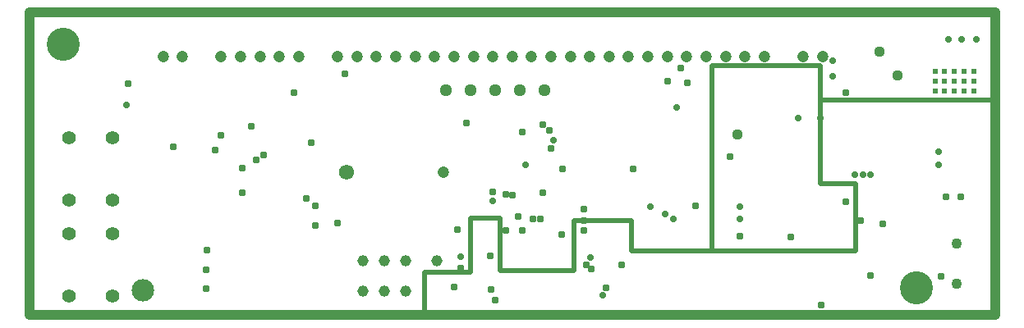
<source format=gbr>
%TF.GenerationSoftware,Altium Limited,Altium Designer,22.2.1 (43)*%
G04 Layer_Physical_Order=3*
G04 Layer_Color=128*
%FSLAX26Y26*%
%MOIN*%
%TF.SameCoordinates,49CA406D-FE3E-4379-A0B2-47437619DC98*%
%TF.FilePolarity,Negative*%
%TF.FileFunction,Copper,L3,Inr,Plane*%
%TF.Part,Single*%
G01*
G75*
%TA.AperFunction,ViaPad*%
%ADD64C,0.028000*%
%TA.AperFunction,NonConductor*%
%ADD67C,0.020000*%
%ADD68C,0.040000*%
%TA.AperFunction,ComponentPad*%
%ADD69C,0.047496*%
%ADD70C,0.061276*%
%ADD71C,0.091000*%
%ADD72C,0.043559*%
%ADD73C,0.051000*%
%ADD74C,0.045528*%
%ADD75C,0.055370*%
%TA.AperFunction,ViaPad*%
%ADD76C,0.134110*%
%ADD77C,0.031000*%
%ADD78C,0.044000*%
%ADD79C,0.023874*%
D64*
X3210000Y800000D02*
D03*
X3120000D02*
D03*
X2327493Y80000D02*
D03*
X2013786Y612929D02*
D03*
X394882Y854882D02*
D03*
X1751457Y236944D02*
D03*
X2276661Y233339D02*
D03*
X3690000Y610000D02*
D03*
Y665000D02*
D03*
X3415000Y570000D02*
D03*
X3385000D02*
D03*
X3350000D02*
D03*
X3845000Y1120000D02*
D03*
X3785000D02*
D03*
X3730000D02*
D03*
X2628330Y843268D02*
D03*
X1880000Y465000D02*
D03*
X2126924Y711924D02*
D03*
X2885000Y390000D02*
D03*
Y440000D02*
D03*
X3260000Y1035000D02*
D03*
X3260000Y970000D02*
D03*
X2615000Y390000D02*
D03*
X2520000Y440000D02*
D03*
X2580000Y410000D02*
D03*
D67*
X3210000Y875000D02*
Y1015000D01*
X2770000D02*
X3210000D01*
X2770000Y260000D02*
Y1015000D01*
X1605000Y10000D02*
Y175000D01*
X3210000Y875000D02*
X3905000D01*
X3210000Y535000D02*
Y875000D01*
Y535000D02*
X3355000D01*
Y260000D02*
Y535000D01*
X2445000Y260000D02*
X3355000D01*
X2445000D02*
Y385000D01*
X2210000D02*
X2445000D01*
X2210000Y180000D02*
Y385000D01*
X1910000Y180000D02*
X2210000D01*
X1910000D02*
Y395000D01*
X1790000D02*
X1910000D01*
X1790000Y175000D02*
Y395000D01*
X1605000Y175000D02*
X1790000D01*
D68*
X0Y0D02*
Y1230000D01*
X3920000D01*
Y0D02*
Y1230000D01*
X0Y0D02*
X3920000D01*
D69*
X3220000Y1050000D02*
D03*
X3141260Y1050000D02*
D03*
X2983779Y1050000D02*
D03*
X2905040D02*
D03*
X2826299Y1050000D02*
D03*
X2747559Y1050000D02*
D03*
X2668819Y1050000D02*
D03*
X2590078Y1050001D02*
D03*
X2511338Y1050000D02*
D03*
X2432599Y1050000D02*
D03*
X2353858Y1050000D02*
D03*
X2275118Y1050000D02*
D03*
X2196377D02*
D03*
X2117637D02*
D03*
X2038898Y1050001D02*
D03*
X1960157Y1050000D02*
D03*
X1881417Y1050001D02*
D03*
X1802677Y1050000D02*
D03*
X1723936Y1049999D02*
D03*
X1645196D02*
D03*
X1566456Y1050000D02*
D03*
X1487716Y1050000D02*
D03*
X1408976Y1050000D02*
D03*
X1330235Y1050000D02*
D03*
X1251495Y1050000D02*
D03*
X1094015Y1050001D02*
D03*
X1015275Y1050000D02*
D03*
X936534D02*
D03*
X857795Y1050000D02*
D03*
X779054Y1049999D02*
D03*
X621574Y1050000D02*
D03*
X542834Y1050001D02*
D03*
X1681851Y579999D02*
D03*
D70*
X1288150Y580000D02*
D03*
D71*
X460000Y100000D02*
D03*
D72*
X3763544Y291693D02*
D03*
X3763543Y128307D02*
D03*
D73*
X1690000Y915000D02*
D03*
X1790000D02*
D03*
X1890000Y914999D02*
D03*
X1990000Y915000D02*
D03*
X2090000Y915000D02*
D03*
D74*
X1355394Y97008D02*
D03*
X1442008Y97008D02*
D03*
X1528622Y97008D02*
D03*
X1355393Y222992D02*
D03*
X1442008D02*
D03*
X1528622Y222992D02*
D03*
X1654607D02*
D03*
D75*
X161417Y467047D02*
D03*
Y722953D02*
D03*
X338583Y467047D02*
D03*
Y722953D02*
D03*
X161417Y77047D02*
D03*
Y332953D02*
D03*
X338583Y77047D02*
D03*
Y332953D02*
D03*
D76*
X137795Y1102362D02*
D03*
X3602362Y110236D02*
D03*
D77*
X1144409Y700591D02*
D03*
X755000Y670000D02*
D03*
X777716Y732716D02*
D03*
X1125000Y475000D02*
D03*
X2000000Y745000D02*
D03*
X2165000Y595880D02*
D03*
X3375001Y385001D02*
D03*
X1736314Y348685D02*
D03*
X1725765Y114235D02*
D03*
X1873358Y103358D02*
D03*
X1871265Y241265D02*
D03*
X2405000Y205000D02*
D03*
X2341992Y113008D02*
D03*
X2250000Y345000D02*
D03*
X2885000Y320000D02*
D03*
X2845000Y645000D02*
D03*
X3314409Y460591D02*
D03*
X2160457Y329543D02*
D03*
X2282401Y187598D02*
D03*
X2260000Y205000D02*
D03*
X1890000Y60000D02*
D03*
X1752394Y191205D02*
D03*
X3415000Y160000D02*
D03*
X2645000Y1005000D02*
D03*
X2590000Y950000D02*
D03*
X2084756Y499756D02*
D03*
X2671753Y943247D02*
D03*
X3701181Y158819D02*
D03*
X1250000Y375000D02*
D03*
X1160000Y365000D02*
D03*
X717519Y107519D02*
D03*
X718741Y186259D02*
D03*
X720000Y265000D02*
D03*
X2450000Y595000D02*
D03*
X1075591Y904409D02*
D03*
X1279995Y979995D02*
D03*
X3315000Y905000D02*
D03*
X1880000Y500000D02*
D03*
X1935000Y492385D02*
D03*
X1960834Y489451D02*
D03*
X2250000Y430000D02*
D03*
X2045000Y390445D02*
D03*
X2073920Y391080D02*
D03*
X1775000Y780000D02*
D03*
X400000Y940000D02*
D03*
X1985000Y400023D02*
D03*
X1160000Y445000D02*
D03*
X2110000Y750902D02*
D03*
X2085000Y775000D02*
D03*
X901851Y768149D02*
D03*
X920000Y630000D02*
D03*
X3091732Y318268D02*
D03*
X2250000Y385000D02*
D03*
X1935000Y345000D02*
D03*
X2000000D02*
D03*
X950000Y650000D02*
D03*
X585000Y685000D02*
D03*
X863622Y598622D02*
D03*
X863358Y496642D02*
D03*
X3214995Y39995D02*
D03*
X2119183Y676568D02*
D03*
X3780000Y480000D02*
D03*
X3720000D02*
D03*
X3465000Y373055D02*
D03*
X2705709Y444291D02*
D03*
D78*
X2874803Y735197D02*
D03*
X3450000Y1070000D02*
D03*
X3525000Y975000D02*
D03*
D79*
X3755000Y873485D02*
D03*
X3794370Y873485D02*
D03*
X3833740Y873484D02*
D03*
X3676260Y873485D02*
D03*
X3715629Y873484D02*
D03*
X3755000Y991594D02*
D03*
X3833740Y991594D02*
D03*
X3715630Y991593D02*
D03*
X3676259Y991595D02*
D03*
X3794370Y991595D02*
D03*
X3715631Y912855D02*
D03*
X3676259Y912854D02*
D03*
X3833740Y912854D02*
D03*
X3794370D02*
D03*
X3755001Y912854D02*
D03*
X3794370Y952225D02*
D03*
X3676260Y952225D02*
D03*
X3715630Y952224D02*
D03*
X3833740Y952225D02*
D03*
X3755001Y952224D02*
D03*
%TF.MD5,e05e4149021a9292e11c6c2e7aff7b98*%
M02*

</source>
